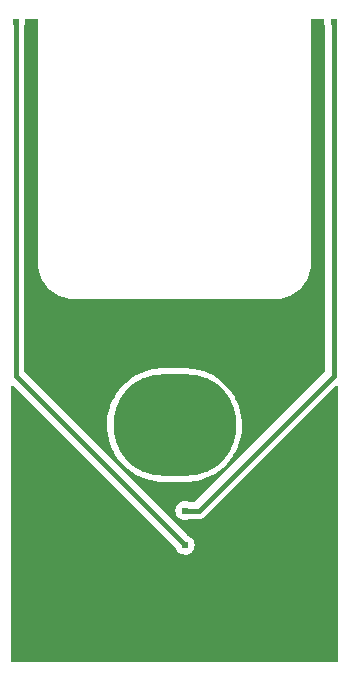
<source format=gbl>
G04 #@! TF.GenerationSoftware,KiCad,Pcbnew,6.0.2+dfsg-1*
G04 #@! TF.CreationDate,2024-06-30T21:19:04-06:00*
G04 #@! TF.ProjectId,ckt-axle,636b742d-6178-46c6-952e-6b696361645f,rev?*
G04 #@! TF.SameCoordinates,Original*
G04 #@! TF.FileFunction,Copper,L2,Bot*
G04 #@! TF.FilePolarity,Positive*
%FSLAX46Y46*%
G04 Gerber Fmt 4.6, Leading zero omitted, Abs format (unit mm)*
G04 Created by KiCad (PCBNEW 6.0.2+dfsg-1) date 2024-06-30 21:19:04*
%MOMM*%
%LPD*%
G01*
G04 APERTURE LIST*
G04 #@! TA.AperFunction,ComponentPad*
%ADD10O,10.400000X8.600000*%
G04 #@! TD*
G04 #@! TA.AperFunction,ViaPad*
%ADD11C,0.609600*%
G04 #@! TD*
G04 #@! TA.AperFunction,Conductor*
%ADD12C,0.457200*%
G04 #@! TD*
G04 APERTURE END LIST*
D10*
X128651000Y-106426000D03*
D11*
X128651000Y-125349000D03*
X129540000Y-116586000D03*
X115189000Y-72263000D03*
X129540000Y-113665000D03*
X142113000Y-72263000D03*
D12*
X129540000Y-116586000D02*
X115189000Y-102235000D01*
X115189000Y-102235000D02*
X115189000Y-72263000D01*
X130683000Y-113665000D02*
X129540000Y-113665000D01*
X142113000Y-102235000D02*
X130683000Y-113665000D01*
X142113000Y-72263000D02*
X142113000Y-102235000D01*
G04 #@! TA.AperFunction,Conductor*
G36*
X117036121Y-72029002D02*
G01*
X117082614Y-72082658D01*
X117094000Y-72135000D01*
X117094000Y-92656793D01*
X117092254Y-92677697D01*
X117088929Y-92697461D01*
X117088776Y-92710000D01*
X117089465Y-92714808D01*
X117089465Y-92714813D01*
X117089614Y-92715851D01*
X117090715Y-92727122D01*
X117106537Y-93029040D01*
X117156515Y-93344585D01*
X117239202Y-93653176D01*
X117353692Y-93951435D01*
X117355190Y-93954375D01*
X117453257Y-94146841D01*
X117498732Y-94236091D01*
X117672732Y-94504028D01*
X117873786Y-94752309D01*
X118099691Y-94978214D01*
X118347972Y-95179268D01*
X118615909Y-95353268D01*
X118618843Y-95354763D01*
X118618850Y-95354767D01*
X118897625Y-95496810D01*
X118900565Y-95498308D01*
X119198824Y-95612798D01*
X119507415Y-95695485D01*
X119674934Y-95722018D01*
X119819712Y-95744949D01*
X119819720Y-95744950D01*
X119822960Y-95745463D01*
X119963926Y-95752851D01*
X120108921Y-95760450D01*
X120123221Y-95762022D01*
X120124656Y-95762263D01*
X120124660Y-95762263D01*
X120129461Y-95763071D01*
X120135816Y-95763149D01*
X120137141Y-95763165D01*
X120137145Y-95763165D01*
X120142000Y-95763224D01*
X120169588Y-95759273D01*
X120187451Y-95758000D01*
X137106793Y-95758000D01*
X137127697Y-95759746D01*
X137147461Y-95763071D01*
X137153819Y-95763149D01*
X137155142Y-95763165D01*
X137155146Y-95763165D01*
X137160000Y-95763224D01*
X137164808Y-95762535D01*
X137164813Y-95762535D01*
X137165851Y-95762386D01*
X137177122Y-95761285D01*
X137479040Y-95745463D01*
X137482280Y-95744950D01*
X137482288Y-95744949D01*
X137627066Y-95722018D01*
X137794585Y-95695485D01*
X138103176Y-95612798D01*
X138401435Y-95498308D01*
X138404375Y-95496810D01*
X138683150Y-95354767D01*
X138683157Y-95354763D01*
X138686091Y-95353268D01*
X138954028Y-95179268D01*
X139202309Y-94978214D01*
X139428214Y-94752309D01*
X139629268Y-94504028D01*
X139803268Y-94236091D01*
X139848744Y-94146841D01*
X139946810Y-93954375D01*
X139948308Y-93951435D01*
X140062798Y-93653176D01*
X140145485Y-93344585D01*
X140195463Y-93029040D01*
X140210450Y-92743079D01*
X140212022Y-92728779D01*
X140212263Y-92727344D01*
X140212263Y-92727340D01*
X140213071Y-92722539D01*
X140213224Y-92710000D01*
X140209273Y-92682412D01*
X140208000Y-92664549D01*
X140208000Y-72135000D01*
X140228002Y-72066879D01*
X140281658Y-72020386D01*
X140334000Y-72009000D01*
X141182358Y-72009000D01*
X141250479Y-72029002D01*
X141296972Y-72082658D01*
X141307365Y-72150791D01*
X141294634Y-72251573D01*
X141295321Y-72258580D01*
X141295321Y-72258583D01*
X141304967Y-72356957D01*
X141312439Y-72433164D01*
X141325732Y-72473125D01*
X141369458Y-72604570D01*
X141375900Y-72644342D01*
X141375900Y-101877493D01*
X141355898Y-101945614D01*
X141338995Y-101966588D01*
X130414588Y-112890995D01*
X130352276Y-112925021D01*
X130325493Y-112927900D01*
X129916374Y-112927900D01*
X129874107Y-112920599D01*
X129733527Y-112870540D01*
X129733525Y-112870539D01*
X129726893Y-112868178D01*
X129719907Y-112867345D01*
X129719903Y-112867344D01*
X129590326Y-112851894D01*
X129545714Y-112846574D01*
X129538711Y-112847310D01*
X129538710Y-112847310D01*
X129492475Y-112852170D01*
X129364251Y-112865646D01*
X129357583Y-112867916D01*
X129198190Y-112922178D01*
X129198187Y-112922179D01*
X129191523Y-112924448D01*
X129036114Y-113020056D01*
X128905750Y-113147718D01*
X128806908Y-113301090D01*
X128744502Y-113472549D01*
X128721634Y-113653573D01*
X128739439Y-113835164D01*
X128797033Y-114008299D01*
X128891554Y-114164371D01*
X129018303Y-114295623D01*
X129024195Y-114299478D01*
X129024199Y-114299482D01*
X129165085Y-114391675D01*
X129170981Y-114395533D01*
X129177585Y-114397989D01*
X129177587Y-114397990D01*
X129200916Y-114406666D01*
X129342000Y-114459135D01*
X129522860Y-114483267D01*
X129529871Y-114482629D01*
X129529875Y-114482629D01*
X129669580Y-114469914D01*
X129704571Y-114466729D01*
X129711273Y-114464551D01*
X129711275Y-114464551D01*
X129878104Y-114410345D01*
X129878457Y-114411433D01*
X129921621Y-114402100D01*
X130617555Y-114402100D01*
X130636505Y-114403533D01*
X130649866Y-114405566D01*
X130649870Y-114405566D01*
X130657100Y-114406666D01*
X130664392Y-114406073D01*
X130664396Y-114406073D01*
X130708137Y-114402515D01*
X130718351Y-114402100D01*
X130726041Y-114402100D01*
X130729675Y-114401676D01*
X130729681Y-114401676D01*
X130742268Y-114400208D01*
X130753411Y-114398909D01*
X130757764Y-114398479D01*
X130774616Y-114397108D01*
X130821116Y-114393326D01*
X130821119Y-114393325D01*
X130828415Y-114392732D01*
X130835377Y-114390476D01*
X130840935Y-114389366D01*
X130846452Y-114388062D01*
X130853724Y-114387214D01*
X130860608Y-114384715D01*
X130860613Y-114384714D01*
X130920362Y-114363026D01*
X130924523Y-114361597D01*
X130991929Y-114339761D01*
X130998185Y-114335965D01*
X131003323Y-114333613D01*
X131008408Y-114331066D01*
X131015290Y-114328568D01*
X131074585Y-114289693D01*
X131078267Y-114287370D01*
X131134082Y-114253500D01*
X131134084Y-114253498D01*
X131138872Y-114250593D01*
X131147018Y-114243399D01*
X131147035Y-114243418D01*
X131150312Y-114240511D01*
X131152904Y-114238344D01*
X131159031Y-114234327D01*
X131210755Y-114179726D01*
X131213132Y-114177285D01*
X142278905Y-103111512D01*
X142341217Y-103077486D01*
X142412032Y-103082551D01*
X142468868Y-103125098D01*
X142493679Y-103191618D01*
X142494000Y-103200607D01*
X142494000Y-126366000D01*
X142473998Y-126434121D01*
X142420342Y-126480614D01*
X142368000Y-126492000D01*
X114934000Y-126492000D01*
X114865879Y-126471998D01*
X114819386Y-126418342D01*
X114808000Y-126366000D01*
X114808000Y-103200607D01*
X114828002Y-103132486D01*
X114881658Y-103085993D01*
X114951932Y-103075889D01*
X115016512Y-103105383D01*
X115023095Y-103111512D01*
X128754113Y-116842530D01*
X128784576Y-116891852D01*
X128797033Y-116929299D01*
X128891554Y-117085371D01*
X129018303Y-117216623D01*
X129024195Y-117220478D01*
X129024199Y-117220482D01*
X129165085Y-117312675D01*
X129170981Y-117316533D01*
X129177585Y-117318989D01*
X129177587Y-117318990D01*
X129256491Y-117348334D01*
X129342000Y-117380135D01*
X129522860Y-117404267D01*
X129529871Y-117403629D01*
X129529875Y-117403629D01*
X129669580Y-117390914D01*
X129704571Y-117387729D01*
X129711273Y-117385551D01*
X129711275Y-117385551D01*
X129871405Y-117333522D01*
X129871408Y-117333521D01*
X129878104Y-117331345D01*
X129902952Y-117316533D01*
X130028777Y-117241527D01*
X130028780Y-117241525D01*
X130034832Y-117237917D01*
X130106139Y-117170012D01*
X130161862Y-117116948D01*
X130161864Y-117116945D01*
X130166966Y-117112087D01*
X130267939Y-116960110D01*
X130312604Y-116842530D01*
X130330233Y-116796122D01*
X130330234Y-116796117D01*
X130332733Y-116789539D01*
X130358127Y-116608852D01*
X130358446Y-116586000D01*
X130338107Y-116404675D01*
X130278101Y-116232361D01*
X130181411Y-116077624D01*
X130116847Y-116012608D01*
X130057804Y-115953151D01*
X130057800Y-115953148D01*
X130052841Y-115948154D01*
X129898783Y-115850386D01*
X129844805Y-115831165D01*
X129797977Y-115801561D01*
X120288017Y-106291600D01*
X122939389Y-106291600D01*
X122939439Y-106294455D01*
X122944081Y-106560400D01*
X122947010Y-106728241D01*
X122994175Y-107162395D01*
X123080493Y-107590488D01*
X123205256Y-108008996D01*
X123367435Y-108414473D01*
X123368733Y-108417020D01*
X123491787Y-108658526D01*
X123565697Y-108803583D01*
X123798408Y-109173123D01*
X124063654Y-109520050D01*
X124359252Y-109841510D01*
X124682767Y-110134856D01*
X125031538Y-110397674D01*
X125402693Y-110627800D01*
X125793178Y-110823340D01*
X125795834Y-110824381D01*
X125795841Y-110824384D01*
X126197124Y-110981645D01*
X126199778Y-110982685D01*
X126202505Y-110983477D01*
X126202516Y-110983481D01*
X126616402Y-111103726D01*
X126616406Y-111103727D01*
X126619146Y-111104523D01*
X127047831Y-111187851D01*
X127256627Y-111209060D01*
X127480016Y-111231751D01*
X127480027Y-111231752D01*
X127482304Y-111231983D01*
X127572418Y-111234500D01*
X129660847Y-111234500D01*
X129662247Y-111234436D01*
X129662266Y-111234436D01*
X129818752Y-111227330D01*
X129987259Y-111219678D01*
X129990080Y-111219292D01*
X129990086Y-111219291D01*
X130223577Y-111187306D01*
X130419927Y-111160409D01*
X130422696Y-111159770D01*
X130422700Y-111159769D01*
X130540774Y-111132509D01*
X130845442Y-111062171D01*
X131090364Y-110981645D01*
X131257588Y-110926665D01*
X131257595Y-110926662D01*
X131260303Y-110925772D01*
X131661094Y-110752334D01*
X132044517Y-110543286D01*
X132264602Y-110395952D01*
X132405038Y-110301939D01*
X132405049Y-110301931D01*
X132407415Y-110300347D01*
X132746801Y-110025517D01*
X133059882Y-109721059D01*
X133344080Y-109389479D01*
X133597057Y-109033506D01*
X133729466Y-108806005D01*
X133815301Y-108658526D01*
X133815305Y-108658519D01*
X133816730Y-108656070D01*
X133930629Y-108411813D01*
X134000081Y-108262874D01*
X134000085Y-108262864D01*
X134001291Y-108260278D01*
X134002262Y-108257581D01*
X134148253Y-107852077D01*
X134148256Y-107852068D01*
X134149221Y-107849387D01*
X134259302Y-107426780D01*
X134330628Y-106995936D01*
X134350078Y-106731078D01*
X134362402Y-106563246D01*
X134362611Y-106560400D01*
X134357969Y-106294455D01*
X134355040Y-106126610D01*
X134355040Y-106126605D01*
X134354990Y-106123759D01*
X134307825Y-105689605D01*
X134221507Y-105261512D01*
X134096744Y-104843004D01*
X133934565Y-104437527D01*
X133811465Y-104195930D01*
X133737599Y-104050960D01*
X133737596Y-104050955D01*
X133736303Y-104048417D01*
X133503592Y-103678877D01*
X133238346Y-103331950D01*
X132942748Y-103010490D01*
X132619233Y-102717144D01*
X132270462Y-102454326D01*
X131899307Y-102224200D01*
X131508822Y-102028660D01*
X131506166Y-102027619D01*
X131506159Y-102027616D01*
X131104876Y-101870355D01*
X131104874Y-101870354D01*
X131102222Y-101869315D01*
X131099495Y-101868523D01*
X131099484Y-101868519D01*
X130685598Y-101748274D01*
X130685594Y-101748273D01*
X130682854Y-101747477D01*
X130254169Y-101664149D01*
X130045373Y-101642940D01*
X129821984Y-101620249D01*
X129821973Y-101620248D01*
X129819696Y-101620017D01*
X129729582Y-101617500D01*
X127641153Y-101617500D01*
X127639753Y-101617564D01*
X127639734Y-101617564D01*
X127483248Y-101624670D01*
X127314741Y-101632322D01*
X127311920Y-101632708D01*
X127311914Y-101632709D01*
X127098407Y-101661957D01*
X126882073Y-101691591D01*
X126879304Y-101692230D01*
X126879300Y-101692231D01*
X126761227Y-101719491D01*
X126456558Y-101789829D01*
X126453845Y-101790721D01*
X126044412Y-101925335D01*
X126044405Y-101925338D01*
X126041697Y-101926228D01*
X125640906Y-102099666D01*
X125257483Y-102308714D01*
X125129453Y-102394423D01*
X124896962Y-102550061D01*
X124896951Y-102550069D01*
X124894585Y-102551653D01*
X124555199Y-102826483D01*
X124242118Y-103130941D01*
X123957920Y-103462521D01*
X123704943Y-103818494D01*
X123703506Y-103820963D01*
X123569645Y-104050960D01*
X123485270Y-104195930D01*
X123484068Y-104198508D01*
X123301919Y-104589126D01*
X123301915Y-104589136D01*
X123300709Y-104591722D01*
X123299738Y-104594419D01*
X123211201Y-104840341D01*
X123152779Y-105002613D01*
X123042698Y-105425220D01*
X122971372Y-105856064D01*
X122971163Y-105858907D01*
X122971163Y-105858909D01*
X122951714Y-106123759D01*
X122939389Y-106291600D01*
X120288017Y-106291600D01*
X115963005Y-101966588D01*
X115928979Y-101904276D01*
X115926100Y-101877493D01*
X115926100Y-72636119D01*
X115934312Y-72591376D01*
X115979231Y-72473125D01*
X115981733Y-72466539D01*
X116007127Y-72285852D01*
X116007446Y-72263000D01*
X115994664Y-72149045D01*
X116006948Y-72079119D01*
X116055087Y-72026935D01*
X116119879Y-72009000D01*
X116968000Y-72009000D01*
X117036121Y-72029002D01*
G37*
G04 #@! TD.AperFunction*
M02*

</source>
